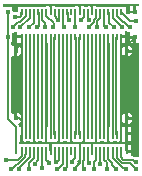
<source format=gtl>
G04*
G04 #@! TF.GenerationSoftware,Altium Limited,Altium Designer,20.0.12 (288)*
G04*
G04 Layer_Physical_Order=1*
G04 Layer_Color=255*
%FSLAX25Y25*%
%MOIN*%
G70*
G01*
G75*
%ADD13R,0.00866X0.02008*%
%ADD14R,0.01378X0.01732*%
%ADD15R,0.00866X0.02933*%
%ADD16R,0.00787X0.02480*%
%ADD21C,0.00800*%
%ADD22C,0.00600*%
%ADD23C,0.01772*%
G36*
X46224Y56315D02*
X45283D01*
Y54449D01*
X44284D01*
Y56315D01*
X43095D01*
Y56315D01*
X43042Y56271D01*
Y54353D01*
X42042D01*
Y56176D01*
X41879Y56143D01*
X41391Y56115D01*
X41390Y56115D01*
X41390Y56115D01*
X31945D01*
Y56315D01*
X31012D01*
Y56115D01*
X30656D01*
Y54311D01*
X30367D01*
Y56115D01*
X30012D01*
Y56315D01*
X29079D01*
Y56115D01*
X27811D01*
Y56315D01*
X26878D01*
Y56115D01*
X26523D01*
Y54311D01*
X26233D01*
Y56115D01*
X25878D01*
Y56315D01*
X24945D01*
Y56115D01*
X18165D01*
Y56315D01*
X17232D01*
Y56115D01*
X16877D01*
Y54311D01*
X16588D01*
Y56115D01*
X16232D01*
Y56315D01*
X15299D01*
Y56115D01*
X5853D01*
Y54630D01*
X5391Y54349D01*
X5353Y54349D01*
X4724Y54475D01*
X4450Y54420D01*
X3950Y54821D01*
Y56115D01*
X1020D01*
Y57087D01*
X46224D01*
Y56315D01*
D02*
G37*
G36*
X5654Y47524D02*
Y46583D01*
X7087D01*
Y45583D01*
X5654D01*
Y44079D01*
X7432D01*
Y41935D01*
X6932Y41886D01*
X6894Y42074D01*
X6478Y42698D01*
X5854Y43115D01*
X5618Y43162D01*
Y41339D01*
Y39515D01*
X5854Y39562D01*
X6478Y39979D01*
X6894Y40603D01*
X6932Y40791D01*
X7432Y40742D01*
Y19494D01*
X6932Y19445D01*
X6894Y19633D01*
X6478Y20257D01*
X5854Y20674D01*
X5618Y20721D01*
Y18898D01*
X4618D01*
Y20721D01*
X4382Y20674D01*
X4082Y20473D01*
X3582Y20741D01*
Y39495D01*
X4082Y39763D01*
X4382Y39562D01*
X4618Y39515D01*
Y41339D01*
Y43162D01*
X4382Y43115D01*
X4082Y42915D01*
X3582Y43182D01*
Y44279D01*
X3950D01*
Y45913D01*
X3979Y46063D01*
X3950Y46213D01*
Y47250D01*
X4247Y47494D01*
X4904Y47624D01*
X5057Y47727D01*
X5156Y47790D01*
X5654Y47524D01*
D02*
G37*
G36*
X42649Y47625D02*
X43095Y47536D01*
Y46445D01*
X44783D01*
Y45945D01*
X45283D01*
Y44079D01*
X46224D01*
Y6275D01*
X45724Y5917D01*
X45358Y5989D01*
X44982Y5914D01*
X44623Y6154D01*
X44194Y6240D01*
X44194Y6240D01*
X43559D01*
Y7433D01*
X42165D01*
Y7933D01*
X41665D01*
Y10173D01*
X41391D01*
Y10426D01*
X32408D01*
X32350Y10527D01*
X32640Y11028D01*
X33323D01*
Y11228D01*
X34591D01*
Y11028D01*
X35524D01*
Y11227D01*
X35879D01*
Y13494D01*
X36168D01*
Y11227D01*
X36524D01*
Y11028D01*
X37457D01*
Y11228D01*
X38724D01*
Y11028D01*
X39658D01*
Y11227D01*
X40013D01*
Y13494D01*
X40657D01*
Y11028D01*
X41591D01*
Y11480D01*
X41665D01*
Y13721D01*
Y15961D01*
X39812D01*
Y18301D01*
X40312Y18350D01*
X40350Y18162D01*
X40766Y17538D01*
X41390Y17121D01*
X41626Y17074D01*
Y18898D01*
Y20721D01*
X41390Y20674D01*
X40766Y20257D01*
X40350Y19633D01*
X40312Y19445D01*
X39812Y19494D01*
Y40742D01*
X40312Y40791D01*
X40350Y40603D01*
X40766Y39979D01*
X41390Y39562D01*
X41626Y39515D01*
Y41339D01*
Y43162D01*
X41390Y43115D01*
X40766Y42698D01*
X40350Y42074D01*
X40312Y41886D01*
X39812Y41935D01*
Y44079D01*
X41591D01*
Y45583D01*
X40157D01*
Y46583D01*
X41591D01*
Y47847D01*
X41711Y47960D01*
X41767Y47997D01*
X42092D01*
X42649Y47625D01*
D02*
G37*
G36*
X36369Y15961D02*
X35678D01*
Y44079D01*
X36369D01*
Y15961D01*
D02*
G37*
G36*
X32235D02*
X31544D01*
Y44079D01*
X32235D01*
Y15961D01*
D02*
G37*
G36*
X28101D02*
X27411D01*
Y44079D01*
X28101D01*
Y15961D01*
D02*
G37*
G36*
X23967D02*
X23277D01*
Y44079D01*
X23967D01*
Y15961D01*
D02*
G37*
G36*
X19834D02*
X19143D01*
Y44079D01*
X19834D01*
Y15961D01*
D02*
G37*
G36*
X15700D02*
X15009D01*
Y44079D01*
X15700D01*
Y15961D01*
D02*
G37*
G36*
X11566D02*
X10875D01*
Y44079D01*
X11566D01*
Y15961D01*
D02*
G37*
G36*
X7432Y18301D02*
Y15961D01*
X6240D01*
Y16142D01*
X6154Y16571D01*
X6064Y16706D01*
X5933Y16966D01*
X6200Y17353D01*
X6478Y17538D01*
X6894Y18162D01*
X6932Y18350D01*
X7432Y18301D01*
D02*
G37*
G36*
X23767Y11227D02*
X24122D01*
Y11028D01*
X24250D01*
X24540Y10527D01*
X24482Y10426D01*
X18628D01*
X18570Y10527D01*
X18860Y11028D01*
X18988D01*
Y11227D01*
X19343D01*
Y13494D01*
X19633D01*
Y11227D01*
X19988D01*
Y11028D01*
X20921D01*
Y11228D01*
X22189D01*
Y11028D01*
X23122D01*
Y11227D01*
X23477D01*
Y13494D01*
X23767D01*
Y11227D01*
D02*
G37*
G36*
X11365D02*
X11721D01*
Y11028D01*
X12653D01*
Y11228D01*
X13921D01*
Y11028D01*
X14604D01*
X14895Y10527D01*
X14837Y10426D01*
X6240D01*
Y11028D01*
X6587D01*
Y13494D01*
X7231D01*
Y11227D01*
X7587D01*
Y11028D01*
X8520D01*
Y11228D01*
X9787D01*
Y11028D01*
X10721D01*
Y11227D01*
X11076D01*
Y13494D01*
X11365D01*
Y11227D01*
D02*
G37*
G36*
X26511Y5081D02*
X26445Y4754D01*
X26445Y4754D01*
Y3770D01*
X26023Y3548D01*
X25633Y3820D01*
X25735Y4331D01*
X25660Y4706D01*
X25793Y4839D01*
X26036Y5203D01*
X26511Y5081D01*
D02*
G37*
%LPC*%
G36*
X44284Y45445D02*
X43095D01*
Y44079D01*
X44284D01*
Y45445D01*
D02*
G37*
G36*
X42626Y43162D02*
Y41839D01*
X43949D01*
X43902Y42074D01*
X43486Y42698D01*
X42862Y43115D01*
X42626Y43162D01*
D02*
G37*
G36*
X43949Y40839D02*
X42626D01*
Y39515D01*
X42862Y39562D01*
X43486Y39979D01*
X43902Y40603D01*
X43949Y40839D01*
D02*
G37*
G36*
X42626Y20721D02*
Y19398D01*
X43949D01*
X43902Y19633D01*
X43486Y20257D01*
X42862Y20674D01*
X42626Y20721D01*
D02*
G37*
G36*
X43949Y18398D02*
X42626D01*
Y17074D01*
X42862Y17121D01*
X43486Y17538D01*
X43902Y18162D01*
X43949Y18398D01*
D02*
G37*
G36*
X43559Y15961D02*
X42665D01*
Y14220D01*
X43559D01*
Y15961D01*
D02*
G37*
G36*
Y13220D02*
X42665D01*
Y11480D01*
X43559D01*
Y13220D01*
D02*
G37*
G36*
Y10173D02*
X42665D01*
Y8433D01*
X43559D01*
Y10173D01*
D02*
G37*
%LPD*%
D13*
X40157Y46083D02*
D03*
Y54311D02*
D03*
X38780Y46083D02*
D03*
Y54311D02*
D03*
X37402Y46083D02*
D03*
Y54311D02*
D03*
X36024Y46083D02*
D03*
Y54311D02*
D03*
X34646Y46083D02*
D03*
Y54311D02*
D03*
X33268Y46083D02*
D03*
Y54311D02*
D03*
X31890Y46083D02*
D03*
Y54311D02*
D03*
X30512Y46083D02*
D03*
Y54311D02*
D03*
X29134Y46083D02*
D03*
Y54311D02*
D03*
X27756Y46083D02*
D03*
Y54311D02*
D03*
X26378Y46083D02*
D03*
Y54311D02*
D03*
X25000Y46083D02*
D03*
Y54311D02*
D03*
X23622Y46083D02*
D03*
Y54311D02*
D03*
X22244Y46083D02*
D03*
Y54311D02*
D03*
X20866Y46083D02*
D03*
Y54311D02*
D03*
X19488Y46083D02*
D03*
Y54311D02*
D03*
X18110Y46083D02*
D03*
Y54311D02*
D03*
X16732Y46083D02*
D03*
Y54311D02*
D03*
X15354Y46083D02*
D03*
Y54311D02*
D03*
X13976Y46083D02*
D03*
Y54311D02*
D03*
X12598Y46083D02*
D03*
Y54311D02*
D03*
X11220Y46083D02*
D03*
Y54311D02*
D03*
X9843Y46083D02*
D03*
Y54311D02*
D03*
X8465Y46083D02*
D03*
Y54311D02*
D03*
X7087Y46083D02*
D03*
Y54311D02*
D03*
D14*
X44783Y45945D02*
D03*
X2461D02*
D03*
X44783Y54449D02*
D03*
X2461D02*
D03*
D15*
X7087Y8159D02*
D03*
Y13494D02*
D03*
X8465Y8159D02*
D03*
Y13494D02*
D03*
X9843Y8159D02*
D03*
Y13494D02*
D03*
X11220Y8159D02*
D03*
Y13494D02*
D03*
X12598Y8159D02*
D03*
Y13494D02*
D03*
X13976Y8159D02*
D03*
Y13494D02*
D03*
X15354Y8159D02*
D03*
Y13494D02*
D03*
X16732Y8159D02*
D03*
Y13494D02*
D03*
X18110Y8159D02*
D03*
Y13494D02*
D03*
X19488Y8159D02*
D03*
Y13494D02*
D03*
X20866Y8159D02*
D03*
Y13494D02*
D03*
X22244Y8159D02*
D03*
Y13494D02*
D03*
X23622Y8159D02*
D03*
Y13494D02*
D03*
X25000Y8159D02*
D03*
Y13494D02*
D03*
X26378Y8159D02*
D03*
Y13494D02*
D03*
X27756Y8159D02*
D03*
Y13494D02*
D03*
X29134Y8159D02*
D03*
Y13494D02*
D03*
X30512Y8159D02*
D03*
Y13494D02*
D03*
X31890Y8159D02*
D03*
Y13494D02*
D03*
X33268Y8159D02*
D03*
Y13494D02*
D03*
X34646Y8159D02*
D03*
Y13494D02*
D03*
X36024Y8159D02*
D03*
Y13494D02*
D03*
X37402Y8159D02*
D03*
Y13494D02*
D03*
X38780Y8159D02*
D03*
Y13494D02*
D03*
X40157Y8159D02*
D03*
Y13494D02*
D03*
D16*
X5079Y7933D02*
D03*
Y13721D02*
D03*
X42165Y7933D02*
D03*
Y13721D02*
D03*
D21*
X5118Y18898D02*
X6299D01*
X7087Y18110D01*
Y44094D02*
Y46083D01*
Y18110D02*
Y44094D01*
X5118Y42126D02*
X7087Y44094D01*
X42165Y10630D02*
Y11602D01*
Y7933D02*
Y10630D01*
X35335D02*
X42165D01*
X30709D02*
X30863D01*
X41657Y10827D02*
X41929D01*
X42126Y11024D01*
Y12992D02*
Y13780D01*
Y11563D02*
Y12992D01*
X42165Y11602D02*
Y12953D01*
X42126Y12992D02*
X42165Y12953D01*
X42159Y13727D02*
X42165Y13721D01*
X42126Y18898D02*
X42159Y18865D01*
Y13727D02*
Y18865D01*
X40157Y11024D02*
Y13494D01*
X41390Y10827D02*
X41657D01*
X42126Y11295D02*
Y11563D01*
X41657Y10827D02*
X42126Y11295D01*
X36024Y13494D02*
Y45837D01*
Y11319D02*
Y13494D01*
Y11220D02*
Y11319D01*
X35827Y11024D02*
X36024Y11220D01*
X31890Y13494D02*
Y45974D01*
X31890Y11024D02*
X31890Y11024D01*
X27756Y13494D02*
Y45974D01*
X27559Y11024D02*
X27756Y11220D01*
X23622Y13494D02*
Y45837D01*
Y10827D02*
X26575D01*
X23425D02*
X23622D01*
Y11024D02*
Y13494D01*
Y10827D02*
Y11024D01*
X19488Y11327D02*
Y13494D01*
Y11220D02*
Y11327D01*
Y11220D02*
X19685Y11024D01*
X15354Y11287D02*
Y13494D01*
Y11024D02*
Y11287D01*
X26378Y56693D02*
X30315D01*
X17201D02*
X26378D01*
X26378Y54311D02*
Y56693D01*
X26378Y56693D02*
X26378Y56693D01*
X30315Y56693D02*
X42051D01*
X30512Y54311D02*
Y56496D01*
X30315Y56693D02*
X30512Y56496D01*
X42356Y54495D02*
X42520Y54331D01*
X42356Y54495D02*
Y56388D01*
X42051Y56693D02*
X42356Y56388D01*
X16732Y54311D02*
Y56224D01*
X17201Y56693D01*
X44783Y45768D02*
Y45945D01*
X42312Y41524D02*
Y43296D01*
X44783Y45768D01*
X42126Y41339D02*
X42312Y41524D01*
X44735Y54401D02*
X44783Y54449D01*
X42590Y54401D02*
X44735D01*
X42542Y54353D02*
X42590Y54401D01*
X7087Y13494D02*
Y18110D01*
X7120Y11384D02*
X7677Y10827D01*
X7087Y11417D02*
X7120Y11384D01*
X7677Y10827D02*
X7677D01*
X7120Y11384D02*
Y13461D01*
Y11384D02*
Y11384D01*
X7087Y13494D02*
X7120Y13461D01*
Y11384D02*
X7480Y11024D01*
X2461Y46358D02*
X2756Y46063D01*
X2461Y46358D02*
Y54449D01*
X19488Y13494D02*
Y46083D01*
X15354Y13494D02*
Y46083D01*
X40157Y13494D02*
Y46083D01*
X11220Y13386D02*
Y45974D01*
X27756Y10827D02*
X31896D01*
X26575D02*
X27756D01*
X16699Y8192D02*
X16722Y8169D01*
X16168Y10827D02*
X17441D01*
X14895D02*
X16168D01*
X16699Y8192D02*
Y10295D01*
X16168Y10827D02*
X16699Y10295D01*
X17441Y10827D02*
X19988D01*
X11286D02*
X14895D01*
X7677D02*
X11286D01*
X19988D02*
X23425D01*
X31896D02*
X33323D01*
D22*
X2461Y18799D02*
X5118Y16142D01*
Y7874D02*
Y16142D01*
X2461Y18799D02*
Y45945D01*
X42126Y11563D02*
X42165Y11602D01*
X41390Y10827D02*
X42126Y11563D01*
X31890Y11024D02*
Y13494D01*
Y10833D02*
Y11024D01*
X27756Y11220D02*
Y13494D01*
Y10827D02*
Y11220D01*
X24902Y54213D02*
X25000Y54311D01*
X24902Y49311D02*
Y54213D01*
X24803Y49213D02*
X24902Y49311D01*
X22377Y52032D02*
Y54178D01*
Y52032D02*
X22835Y51575D01*
X26772D02*
X27756Y52559D01*
X29528Y49213D02*
X29550D01*
X31213Y50876D01*
X27756Y52559D02*
Y54311D01*
X29545Y4056D02*
X29639D01*
X29193Y4408D02*
X29545Y4056D01*
X31102Y1969D02*
X31324Y2191D01*
Y4468D01*
X31890Y5033D01*
X29193Y4408D02*
Y8100D01*
X18110Y5062D02*
X18841Y4331D01*
X17717Y49242D02*
Y50645D01*
X17687Y49213D02*
X17717Y49242D01*
X20866Y49679D02*
X21088Y49457D01*
X20866Y49679D02*
Y54311D01*
X14961Y49213D02*
Y50787D01*
X7120Y11384D02*
X7677Y10827D01*
X7087Y11417D02*
X7120Y11384D01*
X1886Y5118D02*
X5941D01*
X4247Y49213D02*
X4309D01*
X4724Y52756D02*
X6602D01*
X6954Y53107D02*
Y54178D01*
X4724Y52756D02*
X4724Y52756D01*
X6602D02*
X6954Y53107D01*
Y54178D02*
X7087Y54311D01*
X5995Y50898D02*
X6388D01*
X4309Y49213D02*
X5995Y50898D01*
X6388D02*
X8465Y52975D01*
X5941Y5118D02*
X7087Y6264D01*
X6033Y3654D02*
X8351Y5973D01*
X5541Y3654D02*
X6033D01*
X3896Y2010D02*
X5541Y3654D01*
X6239Y2305D02*
X9843Y5908D01*
Y8159D01*
X11417Y3543D02*
Y3707D01*
X9449Y1969D02*
Y3959D01*
X13976Y2660D02*
Y8159D01*
X16142Y3971D02*
Y4289D01*
X13780Y2463D02*
X13976Y2660D01*
X20866Y3767D02*
Y8159D01*
X18898Y1798D02*
X20866Y3767D01*
X24016Y4331D02*
Y4648D01*
X18504Y4331D02*
X18841D01*
X21654Y1969D02*
X22244Y2559D01*
X26378Y3848D02*
Y8159D01*
X24803Y2273D02*
X26378Y3848D01*
X19180Y51575D02*
Y51686D01*
X18898Y1798D02*
Y1969D01*
X27567Y2354D02*
X27953Y1969D01*
X31890Y5033D02*
Y8159D01*
X33071Y3543D02*
X33169Y3642D01*
X35433Y1969D02*
Y4245D01*
X34646Y5033D02*
Y8159D01*
Y5033D02*
X35433Y4245D01*
X37191Y3360D02*
X38583Y1969D01*
X37191Y3360D02*
Y4043D01*
X36024Y5211D02*
X37191Y4043D01*
X36024Y5211D02*
Y8159D01*
X37402Y5553D02*
Y8159D01*
Y5553D02*
X40762Y2193D01*
X38780Y5731D02*
X40528Y3982D01*
X38780Y5731D02*
Y8159D01*
X40157Y5908D02*
Y8159D01*
Y5908D02*
X40948Y5118D01*
X33169Y3642D02*
Y8061D01*
X6239Y1969D02*
Y2305D01*
X9449Y3959D02*
X11220Y5731D01*
X18898Y51968D02*
X19180Y51686D01*
X15354Y53007D02*
X17717Y50645D01*
X15354Y53007D02*
Y54311D01*
X29528Y51575D02*
Y51892D01*
X31213Y51795D02*
X31826Y52407D01*
X29134Y52286D02*
Y54311D01*
Y52286D02*
X29528Y51892D01*
X32313Y51339D02*
X33268Y52294D01*
X31826Y52407D02*
Y54247D01*
X32283Y49213D02*
X32313Y49242D01*
Y51339D01*
X31826Y54247D02*
X31890Y54311D01*
X31213Y50876D02*
Y51795D01*
X33268Y52294D02*
Y54311D01*
X34646Y49606D02*
Y54311D01*
Y49606D02*
X35039Y49213D01*
X36169Y50839D02*
X37795Y49213D01*
X36169Y50839D02*
Y54166D01*
X37402Y52362D02*
Y54311D01*
Y52362D02*
X40551Y49213D01*
X41249Y50898D02*
X42935Y49213D01*
X43307D01*
X40856Y50898D02*
X41249D01*
X38780Y52975D02*
X40856Y50898D01*
X13976Y51772D02*
X14961Y50787D01*
X12743Y49751D02*
Y54166D01*
X12205Y49213D02*
X12743Y49751D01*
X11076Y50839D02*
Y54166D01*
X9449Y49213D02*
X11076Y50839D01*
X6693Y49213D02*
X9843Y52362D01*
Y54311D01*
X22244D02*
X22377Y54178D01*
X13976Y51772D02*
Y54311D01*
X12598D02*
X12743Y54166D01*
X29134Y8159D02*
X29193Y8100D01*
X27756Y4943D02*
Y8159D01*
X27567Y4754D02*
X27756Y4943D01*
X27567Y2354D02*
Y4754D01*
X25000Y5632D02*
Y8159D01*
X24016Y4648D02*
X25000Y5632D01*
X22244Y2559D02*
Y8159D01*
X18898Y1798D02*
X18898Y1798D01*
X19488Y52559D02*
Y54311D01*
X18155Y52883D02*
X18898Y52140D01*
X18155Y52883D02*
Y54266D01*
X36024Y54311D02*
X36169Y54166D01*
X38780Y52975D02*
Y54311D01*
X40199D02*
X43329Y51181D01*
X40157Y54311D02*
X40199D01*
X43329Y51181D02*
X45276D01*
X18110Y54311D02*
X18155Y54266D01*
X11076Y54166D02*
X11220Y54311D01*
X8465Y52975D02*
Y54311D01*
X20955Y13583D02*
Y45994D01*
X25089Y13583D02*
Y45994D01*
X26289Y13583D02*
Y45994D01*
X30423Y13583D02*
Y45994D01*
X33357Y13583D02*
Y45994D01*
X22155Y13583D02*
Y45994D01*
X18021Y13583D02*
Y45994D01*
X16821Y13583D02*
Y45994D01*
X33169Y8061D02*
X33268Y8159D01*
X40762Y2193D02*
X41726D01*
X41950Y1969D01*
X40528Y3982D02*
X43262D01*
X45234Y2010D01*
Y2002D02*
Y2010D01*
X40948Y5118D02*
X44194D01*
X45041Y4270D01*
X45358D01*
X24803Y1969D02*
Y2273D01*
X8351Y5973D02*
Y7062D01*
X7087Y6264D02*
Y8159D01*
X11417Y3707D02*
X12598Y4888D01*
X15354Y5076D02*
X16142Y4289D01*
X15354Y5076D02*
Y8159D01*
X12598Y4888D02*
Y8159D01*
X11220Y5731D02*
Y8159D01*
X8351Y7062D02*
X8465Y7175D01*
X3367Y2010D02*
X3896D01*
X9753Y13583D02*
Y45994D01*
X8553Y13583D02*
Y45994D01*
X12687Y13583D02*
Y45994D01*
X18021Y45994D02*
X18110Y46083D01*
X37402Y13494D02*
X37491Y13583D01*
Y45994D01*
X37402Y46083D02*
X37491Y45994D01*
X38691Y13583D02*
X38780Y13494D01*
X38691Y13583D02*
Y45994D01*
X38780Y46083D01*
X33268Y13494D02*
X33357Y13583D01*
X33268Y46083D02*
X33357Y45994D01*
X34557Y13583D02*
X34646Y13494D01*
X34557Y13583D02*
Y45994D01*
X34646Y46083D01*
X29134Y13494D02*
X29223Y13583D01*
Y45994D01*
X29134Y46083D02*
X29223Y45994D01*
X30423Y13583D02*
X30512Y13494D01*
X30423Y45994D02*
X30512Y46083D01*
X25000Y13494D02*
X25089Y13583D01*
X25000Y46083D02*
X25089Y45994D01*
X26289Y13583D02*
X26378Y13494D01*
X26289Y45994D02*
X26378Y46083D01*
X20866Y13494D02*
X20955Y13583D01*
X20866Y46083D02*
X20955Y45994D01*
X22155Y13583D02*
X22244Y13494D01*
X22155Y45994D02*
X22244Y46083D01*
X16732Y13494D02*
X16821Y13583D01*
X16732Y46083D02*
X16821Y45994D01*
X18021Y13583D02*
X18110Y13494D01*
X12598D02*
X12687Y13583D01*
X12598Y46083D02*
X12687Y45994D01*
X13887Y13583D02*
X13976Y13494D01*
X13887Y13583D02*
Y45994D01*
X13976Y46083D01*
X8465Y13494D02*
X8553Y13583D01*
X8465Y46083D02*
X8553Y45994D01*
X9753Y13583D02*
X9843Y13494D01*
X9753Y45994D02*
X9843Y46083D01*
X18841Y4331D02*
X18898Y4275D01*
X32093Y10630D02*
X35335D01*
X18110Y5062D02*
Y8159D01*
X26378D02*
Y10630D01*
X26575Y10827D01*
X16722Y8169D02*
X16732Y8159D01*
X16865Y8292D01*
Y10251D01*
X17441Y10827D01*
X11220Y10892D02*
Y13494D01*
Y10892D02*
X11286Y10827D01*
X14895D02*
X15354Y11287D01*
X19488Y11327D02*
X19988Y10827D01*
X23425D02*
X23622Y11024D01*
X30863Y10630D02*
X32093D01*
X31896Y10827D02*
X32093Y10630D01*
X31890Y10833D02*
X31896Y10827D01*
X40003D02*
X41390D01*
X40003D02*
X40157Y10981D01*
X35531Y10827D02*
X40003D01*
X33323D02*
X35531D01*
X36024Y11319D01*
X35335Y10630D02*
X35531Y10827D01*
X30512Y10278D02*
X30863Y10630D01*
X30512Y8159D02*
Y10278D01*
X19488Y4865D02*
Y8159D01*
X18898Y4275D02*
X19488Y4865D01*
X18898Y3937D02*
Y4275D01*
D23*
X5118Y18898D02*
D03*
Y41339D02*
D03*
X42126Y18898D02*
D03*
Y41339D02*
D03*
X42542Y54353D02*
D03*
X24803Y49213D02*
D03*
X22835Y51575D02*
D03*
X26772D02*
D03*
X29528Y49213D02*
D03*
X29639Y4056D02*
D03*
X17687Y49213D02*
D03*
X21088Y49457D02*
D03*
X14961Y49213D02*
D03*
X1886Y5118D02*
D03*
X4247Y49213D02*
D03*
X4724Y52756D02*
D03*
X11417Y3543D02*
D03*
X9449Y1969D02*
D03*
X16142Y3971D02*
D03*
X13780Y2463D02*
D03*
X24016Y4331D02*
D03*
X18504D02*
D03*
X21654Y1969D02*
D03*
X19180Y51575D02*
D03*
X18898Y1969D02*
D03*
X27953D02*
D03*
X33071Y3543D02*
D03*
X35433Y1969D02*
D03*
X31102D02*
D03*
X6239D02*
D03*
X29528Y51575D02*
D03*
X32283Y49213D02*
D03*
X35039D02*
D03*
X37795D02*
D03*
X40551D02*
D03*
X43307D02*
D03*
X12205D02*
D03*
X9449D02*
D03*
X6693D02*
D03*
X45276Y51181D02*
D03*
X38583Y1969D02*
D03*
X41950D02*
D03*
X45234Y2002D02*
D03*
X45358Y4270D02*
D03*
X24803Y1969D02*
D03*
X3367Y2010D02*
D03*
M02*

</source>
